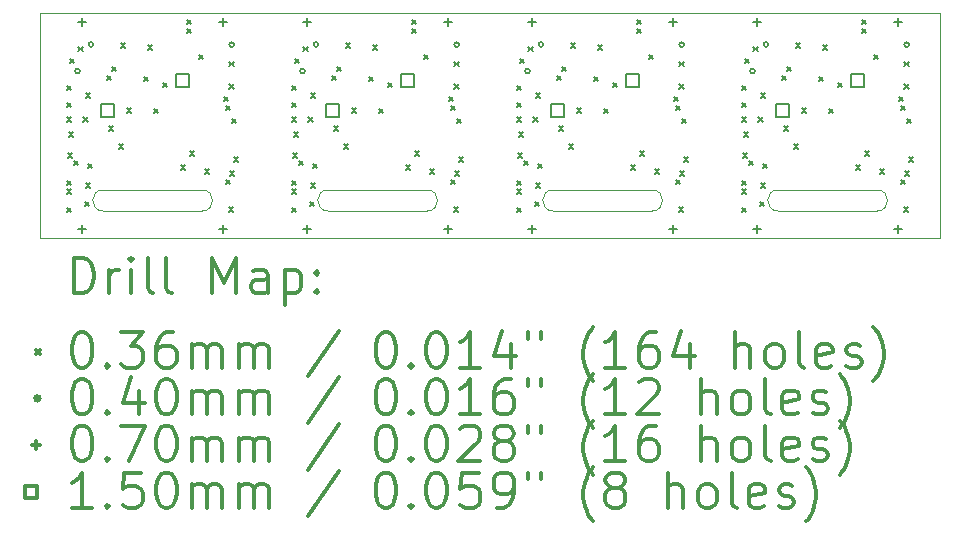
<source format=gbr>
%FSLAX45Y45*%
G04 Gerber Fmt 4.5, Leading zero omitted, Abs format (unit mm)*
G04 Created by KiCad (PCBNEW (5.1.9)-1) date 2021-10-01 07:45:44*
%MOMM*%
%LPD*%
G01*
G04 APERTURE LIST*
%TA.AperFunction,Profile*%
%ADD10C,0.050000*%
%TD*%
%ADD11C,0.200000*%
%ADD12C,0.300000*%
G04 APERTURE END LIST*
D10*
X17164050Y-8540750D02*
X17164050Y-10445750D01*
X15792450Y-10217150D02*
G75*
G02*
X15792450Y-10039350I0J88900D01*
G01*
X13887450Y-10217150D02*
G75*
G02*
X13887450Y-10039350I0J88900D01*
G01*
X11982450Y-10217150D02*
G75*
G02*
X11982450Y-10039350I0J88900D01*
G01*
X16630650Y-10217150D02*
X15792450Y-10217150D01*
X14725650Y-10217150D02*
X13887450Y-10217150D01*
X12820650Y-10217150D02*
X11982450Y-10217150D01*
X17164050Y-10445750D02*
X15259050Y-10445750D01*
X15259050Y-10445750D02*
X13354050Y-10445750D01*
X13354050Y-10445750D02*
X11449050Y-10445750D01*
X17164050Y-8540750D02*
X15259050Y-8540750D01*
X15259050Y-8540750D02*
X13354050Y-8540750D01*
X13354050Y-8540750D02*
X11449050Y-8540750D01*
X16630650Y-10039350D02*
G75*
G02*
X16630650Y-10217150I0J-88900D01*
G01*
X14725650Y-10039350D02*
G75*
G02*
X14725650Y-10217150I0J-88900D01*
G01*
X12820650Y-10039350D02*
G75*
G02*
X12820650Y-10217150I0J-88900D01*
G01*
X16630650Y-10039350D02*
X15792450Y-10039350D01*
X14725650Y-10039350D02*
X13887450Y-10039350D01*
X12820650Y-10039350D02*
X11982450Y-10039350D01*
X10915650Y-10039350D02*
G75*
G02*
X10915650Y-10217150I0J-88900D01*
G01*
X10077450Y-10217150D02*
G75*
G02*
X10077450Y-10039350I0J88900D01*
G01*
X10915650Y-10217150D02*
X10077450Y-10217150D01*
X10915650Y-10039350D02*
X10077450Y-10039350D01*
X11449050Y-10445750D02*
X9544050Y-10445750D01*
X11449050Y-8540750D02*
X9544050Y-8540750D01*
X9544050Y-8540750D02*
X9544050Y-10445750D01*
D11*
X9770221Y-9960318D02*
X9805781Y-9995878D01*
X9805781Y-9960318D02*
X9770221Y-9995878D01*
X9770596Y-9158542D02*
X9806156Y-9194102D01*
X9806156Y-9158542D02*
X9770596Y-9194102D01*
X9771350Y-9424670D02*
X9806910Y-9460230D01*
X9806910Y-9424670D02*
X9771350Y-9460230D01*
X9771350Y-9300085D02*
X9806910Y-9335645D01*
X9806910Y-9300085D02*
X9771350Y-9335645D01*
X9771354Y-10034270D02*
X9806914Y-10069830D01*
X9806914Y-10034270D02*
X9771354Y-10069830D01*
X9771894Y-10191657D02*
X9807454Y-10227217D01*
X9807454Y-10191657D02*
X9771894Y-10227217D01*
X9780270Y-9729470D02*
X9815830Y-9765030D01*
X9815830Y-9729470D02*
X9780270Y-9765030D01*
X9787789Y-9551670D02*
X9823349Y-9587230D01*
X9823349Y-9551670D02*
X9787789Y-9587230D01*
X9792970Y-8929370D02*
X9828530Y-8964930D01*
X9828530Y-8929370D02*
X9792970Y-8964930D01*
X9833052Y-9792970D02*
X9868612Y-9828530D01*
X9868612Y-9792970D02*
X9833052Y-9828530D01*
X9867738Y-8826338D02*
X9903298Y-8861898D01*
X9903298Y-8826338D02*
X9867738Y-8861898D01*
X9910100Y-9425917D02*
X9945660Y-9461477D01*
X9945660Y-9425917D02*
X9910100Y-9461477D01*
X9922876Y-10137789D02*
X9958436Y-10173349D01*
X9958436Y-10137789D02*
X9922876Y-10173349D01*
X9932670Y-9983470D02*
X9968230Y-10019030D01*
X9968230Y-9983470D02*
X9932670Y-10019030D01*
X9932674Y-9221470D02*
X9968234Y-9257030D01*
X9968234Y-9221470D02*
X9932674Y-9257030D01*
X9946973Y-9816952D02*
X9982533Y-9852512D01*
X9982533Y-9816952D02*
X9946973Y-9852512D01*
X10108073Y-9071467D02*
X10143633Y-9107027D01*
X10143633Y-9071467D02*
X10108073Y-9107027D01*
X10123170Y-9500870D02*
X10158730Y-9536430D01*
X10158730Y-9500870D02*
X10123170Y-9536430D01*
X10148570Y-9000551D02*
X10184130Y-9036111D01*
X10184130Y-9000551D02*
X10148570Y-9036111D01*
X10212070Y-9653270D02*
X10247630Y-9688830D01*
X10247630Y-9653270D02*
X10212070Y-9688830D01*
X10227625Y-8798721D02*
X10263185Y-8834281D01*
X10263185Y-8798721D02*
X10227625Y-8834281D01*
X10275570Y-9348470D02*
X10311130Y-9384030D01*
X10311130Y-9348470D02*
X10275570Y-9384030D01*
X10421479Y-9082735D02*
X10457039Y-9118295D01*
X10457039Y-9082735D02*
X10421479Y-9118295D01*
X10453370Y-8815070D02*
X10488930Y-8850630D01*
X10488930Y-8815070D02*
X10453370Y-8850630D01*
X10504102Y-9356141D02*
X10539662Y-9391701D01*
X10539662Y-9356141D02*
X10504102Y-9391701D01*
X10583219Y-9133538D02*
X10618779Y-9169098D01*
X10618779Y-9133538D02*
X10583219Y-9169098D01*
X10732770Y-9831070D02*
X10768330Y-9866630D01*
X10768330Y-9831070D02*
X10732770Y-9866630D01*
X10783570Y-8599170D02*
X10819130Y-8634730D01*
X10819130Y-8599170D02*
X10783570Y-8634730D01*
X10788708Y-8672953D02*
X10824268Y-8708513D01*
X10824268Y-8672953D02*
X10788708Y-8708513D01*
X10811799Y-9712473D02*
X10847359Y-9748033D01*
X10847359Y-9712473D02*
X10811799Y-9748033D01*
X10890189Y-8896053D02*
X10925749Y-8931613D01*
X10925749Y-8896053D02*
X10890189Y-8931613D01*
X10935733Y-9865087D02*
X10971293Y-9900647D01*
X10971293Y-9865087D02*
X10935733Y-9900647D01*
X11102955Y-9252824D02*
X11138515Y-9288384D01*
X11138515Y-9252824D02*
X11102955Y-9288384D01*
X11115940Y-9325637D02*
X11151500Y-9361197D01*
X11151500Y-9325637D02*
X11115940Y-9361197D01*
X11118189Y-9957326D02*
X11153749Y-9992886D01*
X11153749Y-9957326D02*
X11118189Y-9992886D01*
X11139170Y-10186670D02*
X11174730Y-10222230D01*
X11174730Y-10186670D02*
X11139170Y-10222230D01*
X11145957Y-8953966D02*
X11181517Y-8989526D01*
X11181517Y-8953966D02*
X11145957Y-8989526D01*
X11145957Y-9145270D02*
X11181517Y-9180830D01*
X11181517Y-9145270D02*
X11145957Y-9180830D01*
X11151633Y-9881870D02*
X11187193Y-9917430D01*
X11187193Y-9881870D02*
X11151633Y-9917430D01*
X11167744Y-9437564D02*
X11203304Y-9473124D01*
X11203304Y-9437564D02*
X11167744Y-9473124D01*
X11181935Y-9763753D02*
X11217495Y-9799313D01*
X11217495Y-9763753D02*
X11181935Y-9799313D01*
X11675221Y-9960318D02*
X11710781Y-9995878D01*
X11710781Y-9960318D02*
X11675221Y-9995878D01*
X11675596Y-9158542D02*
X11711156Y-9194102D01*
X11711156Y-9158542D02*
X11675596Y-9194102D01*
X11676350Y-9424670D02*
X11711910Y-9460230D01*
X11711910Y-9424670D02*
X11676350Y-9460230D01*
X11676350Y-9300085D02*
X11711910Y-9335645D01*
X11711910Y-9300085D02*
X11676350Y-9335645D01*
X11676354Y-10034270D02*
X11711914Y-10069830D01*
X11711914Y-10034270D02*
X11676354Y-10069830D01*
X11676894Y-10191657D02*
X11712454Y-10227217D01*
X11712454Y-10191657D02*
X11676894Y-10227217D01*
X11685270Y-9729470D02*
X11720830Y-9765030D01*
X11720830Y-9729470D02*
X11685270Y-9765030D01*
X11692789Y-9551670D02*
X11728349Y-9587230D01*
X11728349Y-9551670D02*
X11692789Y-9587230D01*
X11697970Y-8929370D02*
X11733530Y-8964930D01*
X11733530Y-8929370D02*
X11697970Y-8964930D01*
X11738051Y-9792970D02*
X11773611Y-9828530D01*
X11773611Y-9792970D02*
X11738051Y-9828530D01*
X11772738Y-8826338D02*
X11808298Y-8861898D01*
X11808298Y-8826338D02*
X11772738Y-8861898D01*
X11815100Y-9425917D02*
X11850660Y-9461477D01*
X11850660Y-9425917D02*
X11815100Y-9461477D01*
X11827876Y-10137789D02*
X11863436Y-10173349D01*
X11863436Y-10137789D02*
X11827876Y-10173349D01*
X11837670Y-9983470D02*
X11873230Y-10019030D01*
X11873230Y-9983470D02*
X11837670Y-10019030D01*
X11837674Y-9221470D02*
X11873234Y-9257030D01*
X11873234Y-9221470D02*
X11837674Y-9257030D01*
X11851973Y-9816952D02*
X11887533Y-9852512D01*
X11887533Y-9816952D02*
X11851973Y-9852512D01*
X12013073Y-9071467D02*
X12048633Y-9107027D01*
X12048633Y-9071467D02*
X12013073Y-9107027D01*
X12028170Y-9500870D02*
X12063730Y-9536430D01*
X12063730Y-9500870D02*
X12028170Y-9536430D01*
X12053570Y-9000551D02*
X12089130Y-9036111D01*
X12089130Y-9000551D02*
X12053570Y-9036111D01*
X12117070Y-9653270D02*
X12152630Y-9688830D01*
X12152630Y-9653270D02*
X12117070Y-9688830D01*
X12132625Y-8798721D02*
X12168185Y-8834281D01*
X12168185Y-8798721D02*
X12132625Y-8834281D01*
X12180570Y-9348470D02*
X12216130Y-9384030D01*
X12216130Y-9348470D02*
X12180570Y-9384030D01*
X12326478Y-9082735D02*
X12362038Y-9118295D01*
X12362038Y-9082735D02*
X12326478Y-9118295D01*
X12358370Y-8815070D02*
X12393930Y-8850630D01*
X12393930Y-8815070D02*
X12358370Y-8850630D01*
X12409102Y-9356141D02*
X12444662Y-9391701D01*
X12444662Y-9356141D02*
X12409102Y-9391701D01*
X12488219Y-9133538D02*
X12523779Y-9169098D01*
X12523779Y-9133538D02*
X12488219Y-9169098D01*
X12637770Y-9831070D02*
X12673330Y-9866630D01*
X12673330Y-9831070D02*
X12637770Y-9866630D01*
X12688570Y-8599170D02*
X12724130Y-8634730D01*
X12724130Y-8599170D02*
X12688570Y-8634730D01*
X12693708Y-8672953D02*
X12729268Y-8708513D01*
X12729268Y-8672953D02*
X12693708Y-8708513D01*
X12716799Y-9712473D02*
X12752359Y-9748033D01*
X12752359Y-9712473D02*
X12716799Y-9748033D01*
X12795189Y-8896053D02*
X12830749Y-8931613D01*
X12830749Y-8896053D02*
X12795189Y-8931613D01*
X12840733Y-9865087D02*
X12876293Y-9900647D01*
X12876293Y-9865087D02*
X12840733Y-9900647D01*
X13007955Y-9252824D02*
X13043515Y-9288384D01*
X13043515Y-9252824D02*
X13007955Y-9288384D01*
X13020940Y-9325637D02*
X13056500Y-9361197D01*
X13056500Y-9325637D02*
X13020940Y-9361197D01*
X13023189Y-9957326D02*
X13058749Y-9992886D01*
X13058749Y-9957326D02*
X13023189Y-9992886D01*
X13044170Y-10186670D02*
X13079730Y-10222230D01*
X13079730Y-10186670D02*
X13044170Y-10222230D01*
X13050956Y-8953966D02*
X13086516Y-8989526D01*
X13086516Y-8953966D02*
X13050956Y-8989526D01*
X13050956Y-9145270D02*
X13086516Y-9180830D01*
X13086516Y-9145270D02*
X13050956Y-9180830D01*
X13056633Y-9881870D02*
X13092193Y-9917430D01*
X13092193Y-9881870D02*
X13056633Y-9917430D01*
X13072744Y-9437564D02*
X13108304Y-9473124D01*
X13108304Y-9437564D02*
X13072744Y-9473124D01*
X13086935Y-9763753D02*
X13122495Y-9799313D01*
X13122495Y-9763753D02*
X13086935Y-9799313D01*
X13580221Y-9960318D02*
X13615781Y-9995878D01*
X13615781Y-9960318D02*
X13580221Y-9995878D01*
X13580596Y-9158542D02*
X13616156Y-9194102D01*
X13616156Y-9158542D02*
X13580596Y-9194102D01*
X13581350Y-9424670D02*
X13616910Y-9460230D01*
X13616910Y-9424670D02*
X13581350Y-9460230D01*
X13581350Y-9300085D02*
X13616910Y-9335645D01*
X13616910Y-9300085D02*
X13581350Y-9335645D01*
X13581354Y-10034270D02*
X13616914Y-10069830D01*
X13616914Y-10034270D02*
X13581354Y-10069830D01*
X13581894Y-10191657D02*
X13617454Y-10227217D01*
X13617454Y-10191657D02*
X13581894Y-10227217D01*
X13590270Y-9729470D02*
X13625830Y-9765030D01*
X13625830Y-9729470D02*
X13590270Y-9765030D01*
X13597789Y-9551670D02*
X13633349Y-9587230D01*
X13633349Y-9551670D02*
X13597789Y-9587230D01*
X13602970Y-8929370D02*
X13638530Y-8964930D01*
X13638530Y-8929370D02*
X13602970Y-8964930D01*
X13643051Y-9792970D02*
X13678611Y-9828530D01*
X13678611Y-9792970D02*
X13643051Y-9828530D01*
X13677738Y-8826338D02*
X13713298Y-8861898D01*
X13713298Y-8826338D02*
X13677738Y-8861898D01*
X13720100Y-9425917D02*
X13755660Y-9461477D01*
X13755660Y-9425917D02*
X13720100Y-9461477D01*
X13732876Y-10137789D02*
X13768436Y-10173349D01*
X13768436Y-10137789D02*
X13732876Y-10173349D01*
X13742670Y-9983470D02*
X13778230Y-10019030D01*
X13778230Y-9983470D02*
X13742670Y-10019030D01*
X13742674Y-9221470D02*
X13778234Y-9257030D01*
X13778234Y-9221470D02*
X13742674Y-9257030D01*
X13756973Y-9816952D02*
X13792533Y-9852512D01*
X13792533Y-9816952D02*
X13756973Y-9852512D01*
X13918073Y-9071467D02*
X13953633Y-9107027D01*
X13953633Y-9071467D02*
X13918073Y-9107027D01*
X13933170Y-9500870D02*
X13968730Y-9536430D01*
X13968730Y-9500870D02*
X13933170Y-9536430D01*
X13958570Y-9000551D02*
X13994130Y-9036111D01*
X13994130Y-9000551D02*
X13958570Y-9036111D01*
X14022070Y-9653270D02*
X14057630Y-9688830D01*
X14057630Y-9653270D02*
X14022070Y-9688830D01*
X14037625Y-8798721D02*
X14073185Y-8834281D01*
X14073185Y-8798721D02*
X14037625Y-8834281D01*
X14085570Y-9348470D02*
X14121130Y-9384030D01*
X14121130Y-9348470D02*
X14085570Y-9384030D01*
X14231478Y-9082735D02*
X14267038Y-9118295D01*
X14267038Y-9082735D02*
X14231478Y-9118295D01*
X14263370Y-8815070D02*
X14298930Y-8850630D01*
X14298930Y-8815070D02*
X14263370Y-8850630D01*
X14314102Y-9356141D02*
X14349662Y-9391701D01*
X14349662Y-9356141D02*
X14314102Y-9391701D01*
X14393219Y-9133538D02*
X14428779Y-9169098D01*
X14428779Y-9133538D02*
X14393219Y-9169098D01*
X14542770Y-9831070D02*
X14578330Y-9866630D01*
X14578330Y-9831070D02*
X14542770Y-9866630D01*
X14593570Y-8599170D02*
X14629130Y-8634730D01*
X14629130Y-8599170D02*
X14593570Y-8634730D01*
X14598708Y-8672953D02*
X14634268Y-8708513D01*
X14634268Y-8672953D02*
X14598708Y-8708513D01*
X14621799Y-9712473D02*
X14657359Y-9748033D01*
X14657359Y-9712473D02*
X14621799Y-9748033D01*
X14700189Y-8896053D02*
X14735749Y-8931613D01*
X14735749Y-8896053D02*
X14700189Y-8931613D01*
X14745733Y-9865087D02*
X14781293Y-9900647D01*
X14781293Y-9865087D02*
X14745733Y-9900647D01*
X14912955Y-9252824D02*
X14948515Y-9288384D01*
X14948515Y-9252824D02*
X14912955Y-9288384D01*
X14925940Y-9325637D02*
X14961500Y-9361197D01*
X14961500Y-9325637D02*
X14925940Y-9361197D01*
X14928189Y-9957326D02*
X14963749Y-9992886D01*
X14963749Y-9957326D02*
X14928189Y-9992886D01*
X14949170Y-10186670D02*
X14984730Y-10222230D01*
X14984730Y-10186670D02*
X14949170Y-10222230D01*
X14955956Y-8953966D02*
X14991516Y-8989526D01*
X14991516Y-8953966D02*
X14955956Y-8989526D01*
X14955956Y-9145270D02*
X14991516Y-9180830D01*
X14991516Y-9145270D02*
X14955956Y-9180830D01*
X14961633Y-9881870D02*
X14997193Y-9917430D01*
X14997193Y-9881870D02*
X14961633Y-9917430D01*
X14977744Y-9437564D02*
X15013304Y-9473124D01*
X15013304Y-9437564D02*
X14977744Y-9473124D01*
X14991935Y-9763753D02*
X15027495Y-9799313D01*
X15027495Y-9763753D02*
X14991935Y-9799313D01*
X15485221Y-9960318D02*
X15520781Y-9995878D01*
X15520781Y-9960318D02*
X15485221Y-9995878D01*
X15485596Y-9158542D02*
X15521156Y-9194102D01*
X15521156Y-9158542D02*
X15485596Y-9194102D01*
X15486350Y-9424670D02*
X15521910Y-9460230D01*
X15521910Y-9424670D02*
X15486350Y-9460230D01*
X15486350Y-9300085D02*
X15521910Y-9335645D01*
X15521910Y-9300085D02*
X15486350Y-9335645D01*
X15486354Y-10034270D02*
X15521914Y-10069830D01*
X15521914Y-10034270D02*
X15486354Y-10069830D01*
X15486894Y-10191657D02*
X15522454Y-10227217D01*
X15522454Y-10191657D02*
X15486894Y-10227217D01*
X15495270Y-9729470D02*
X15530830Y-9765030D01*
X15530830Y-9729470D02*
X15495270Y-9765030D01*
X15502789Y-9551670D02*
X15538349Y-9587230D01*
X15538349Y-9551670D02*
X15502789Y-9587230D01*
X15507970Y-8929370D02*
X15543530Y-8964930D01*
X15543530Y-8929370D02*
X15507970Y-8964930D01*
X15548051Y-9792970D02*
X15583611Y-9828530D01*
X15583611Y-9792970D02*
X15548051Y-9828530D01*
X15582738Y-8826338D02*
X15618298Y-8861898D01*
X15618298Y-8826338D02*
X15582738Y-8861898D01*
X15625100Y-9425917D02*
X15660660Y-9461477D01*
X15660660Y-9425917D02*
X15625100Y-9461477D01*
X15637876Y-10137789D02*
X15673436Y-10173349D01*
X15673436Y-10137789D02*
X15637876Y-10173349D01*
X15647670Y-9983470D02*
X15683230Y-10019030D01*
X15683230Y-9983470D02*
X15647670Y-10019030D01*
X15647674Y-9221470D02*
X15683234Y-9257030D01*
X15683234Y-9221470D02*
X15647674Y-9257030D01*
X15661973Y-9816952D02*
X15697533Y-9852512D01*
X15697533Y-9816952D02*
X15661973Y-9852512D01*
X15823073Y-9071467D02*
X15858633Y-9107027D01*
X15858633Y-9071467D02*
X15823073Y-9107027D01*
X15838170Y-9500870D02*
X15873730Y-9536430D01*
X15873730Y-9500870D02*
X15838170Y-9536430D01*
X15863570Y-9000551D02*
X15899130Y-9036111D01*
X15899130Y-9000551D02*
X15863570Y-9036111D01*
X15927070Y-9653270D02*
X15962630Y-9688830D01*
X15962630Y-9653270D02*
X15927070Y-9688830D01*
X15942625Y-8798721D02*
X15978185Y-8834281D01*
X15978185Y-8798721D02*
X15942625Y-8834281D01*
X15990570Y-9348470D02*
X16026130Y-9384030D01*
X16026130Y-9348470D02*
X15990570Y-9384030D01*
X16136478Y-9082735D02*
X16172038Y-9118295D01*
X16172038Y-9082735D02*
X16136478Y-9118295D01*
X16168370Y-8815070D02*
X16203930Y-8850630D01*
X16203930Y-8815070D02*
X16168370Y-8850630D01*
X16219102Y-9356141D02*
X16254662Y-9391701D01*
X16254662Y-9356141D02*
X16219102Y-9391701D01*
X16298219Y-9133538D02*
X16333779Y-9169098D01*
X16333779Y-9133538D02*
X16298219Y-9169098D01*
X16447770Y-9831070D02*
X16483330Y-9866630D01*
X16483330Y-9831070D02*
X16447770Y-9866630D01*
X16498570Y-8599170D02*
X16534130Y-8634730D01*
X16534130Y-8599170D02*
X16498570Y-8634730D01*
X16503708Y-8672953D02*
X16539268Y-8708513D01*
X16539268Y-8672953D02*
X16503708Y-8708513D01*
X16526799Y-9712473D02*
X16562359Y-9748033D01*
X16562359Y-9712473D02*
X16526799Y-9748033D01*
X16605189Y-8896053D02*
X16640749Y-8931613D01*
X16640749Y-8896053D02*
X16605189Y-8931613D01*
X16650733Y-9865087D02*
X16686293Y-9900647D01*
X16686293Y-9865087D02*
X16650733Y-9900647D01*
X16817955Y-9252824D02*
X16853515Y-9288384D01*
X16853515Y-9252824D02*
X16817955Y-9288384D01*
X16830940Y-9325637D02*
X16866500Y-9361197D01*
X16866500Y-9325637D02*
X16830940Y-9361197D01*
X16833189Y-9957326D02*
X16868749Y-9992886D01*
X16868749Y-9957326D02*
X16833189Y-9992886D01*
X16854170Y-10186670D02*
X16889730Y-10222230D01*
X16889730Y-10186670D02*
X16854170Y-10222230D01*
X16860957Y-8953966D02*
X16896517Y-8989526D01*
X16896517Y-8953966D02*
X16860957Y-8989526D01*
X16860957Y-9145270D02*
X16896517Y-9180830D01*
X16896517Y-9145270D02*
X16860957Y-9180830D01*
X16866633Y-9881870D02*
X16902193Y-9917430D01*
X16902193Y-9881870D02*
X16866633Y-9917430D01*
X16882744Y-9437564D02*
X16918304Y-9473124D01*
X16918304Y-9437564D02*
X16882744Y-9473124D01*
X16896935Y-9763753D02*
X16932495Y-9799313D01*
X16932495Y-9763753D02*
X16896935Y-9799313D01*
X9879813Y-9033686D02*
G75*
G03*
X9879813Y-9033686I-20000J0D01*
G01*
X9994171Y-8807953D02*
G75*
G03*
X9994171Y-8807953I-20000J0D01*
G01*
X11186352Y-8809251D02*
G75*
G03*
X11186352Y-8809251I-20000J0D01*
G01*
X11784813Y-9033686D02*
G75*
G03*
X11784813Y-9033686I-20000J0D01*
G01*
X11899171Y-8807953D02*
G75*
G03*
X11899171Y-8807953I-20000J0D01*
G01*
X13091352Y-8809251D02*
G75*
G03*
X13091352Y-8809251I-20000J0D01*
G01*
X13689813Y-9033686D02*
G75*
G03*
X13689813Y-9033686I-20000J0D01*
G01*
X13804171Y-8807953D02*
G75*
G03*
X13804171Y-8807953I-20000J0D01*
G01*
X14996352Y-8809251D02*
G75*
G03*
X14996352Y-8809251I-20000J0D01*
G01*
X15594813Y-9033686D02*
G75*
G03*
X15594813Y-9033686I-20000J0D01*
G01*
X15709171Y-8807953D02*
G75*
G03*
X15709171Y-8807953I-20000J0D01*
G01*
X16901352Y-8809251D02*
G75*
G03*
X16901352Y-8809251I-20000J0D01*
G01*
X9899650Y-8581950D02*
X9899650Y-8651950D01*
X9864650Y-8616950D02*
X9934650Y-8616950D01*
X9899650Y-10334550D02*
X9899650Y-10404550D01*
X9864650Y-10369550D02*
X9934650Y-10369550D01*
X11093450Y-8581950D02*
X11093450Y-8651950D01*
X11058450Y-8616950D02*
X11128450Y-8616950D01*
X11093450Y-10334550D02*
X11093450Y-10404550D01*
X11058450Y-10369550D02*
X11128450Y-10369550D01*
X11804650Y-8581950D02*
X11804650Y-8651950D01*
X11769650Y-8616950D02*
X11839650Y-8616950D01*
X11804650Y-10334550D02*
X11804650Y-10404550D01*
X11769650Y-10369550D02*
X11839650Y-10369550D01*
X12998450Y-8581950D02*
X12998450Y-8651950D01*
X12963450Y-8616950D02*
X13033450Y-8616950D01*
X12998450Y-10334550D02*
X12998450Y-10404550D01*
X12963450Y-10369550D02*
X13033450Y-10369550D01*
X13709650Y-8581950D02*
X13709650Y-8651950D01*
X13674650Y-8616950D02*
X13744650Y-8616950D01*
X13709650Y-10334550D02*
X13709650Y-10404550D01*
X13674650Y-10369550D02*
X13744650Y-10369550D01*
X14903450Y-8581950D02*
X14903450Y-8651950D01*
X14868450Y-8616950D02*
X14938450Y-8616950D01*
X14903450Y-10334550D02*
X14903450Y-10404550D01*
X14868450Y-10369550D02*
X14938450Y-10369550D01*
X15614650Y-8581950D02*
X15614650Y-8651950D01*
X15579650Y-8616950D02*
X15649650Y-8616950D01*
X15614650Y-10334550D02*
X15614650Y-10404550D01*
X15579650Y-10369550D02*
X15649650Y-10369550D01*
X16808450Y-8581950D02*
X16808450Y-8651950D01*
X16773450Y-8616950D02*
X16843450Y-8616950D01*
X16808450Y-10334550D02*
X16808450Y-10404550D01*
X16773450Y-10369550D02*
X16843450Y-10369550D01*
X10168584Y-9419284D02*
X10168584Y-9313217D01*
X10062517Y-9313217D01*
X10062517Y-9419284D01*
X10168584Y-9419284D01*
X10803584Y-9165284D02*
X10803584Y-9059217D01*
X10697517Y-9059217D01*
X10697517Y-9165284D01*
X10803584Y-9165284D01*
X12073583Y-9419284D02*
X12073583Y-9313217D01*
X11967516Y-9313217D01*
X11967516Y-9419284D01*
X12073583Y-9419284D01*
X12708583Y-9165284D02*
X12708583Y-9059217D01*
X12602516Y-9059217D01*
X12602516Y-9165284D01*
X12708583Y-9165284D01*
X13978583Y-9419284D02*
X13978583Y-9313217D01*
X13872516Y-9313217D01*
X13872516Y-9419284D01*
X13978583Y-9419284D01*
X14613583Y-9165284D02*
X14613583Y-9059217D01*
X14507516Y-9059217D01*
X14507516Y-9165284D01*
X14613583Y-9165284D01*
X15883583Y-9419284D02*
X15883583Y-9313217D01*
X15777516Y-9313217D01*
X15777516Y-9419284D01*
X15883583Y-9419284D01*
X16518583Y-9165284D02*
X16518583Y-9059217D01*
X16412516Y-9059217D01*
X16412516Y-9165284D01*
X16518583Y-9165284D01*
D12*
X9827978Y-10913964D02*
X9827978Y-10613964D01*
X9899407Y-10613964D01*
X9942264Y-10628250D01*
X9970836Y-10656822D01*
X9985121Y-10685393D01*
X9999407Y-10742536D01*
X9999407Y-10785393D01*
X9985121Y-10842536D01*
X9970836Y-10871107D01*
X9942264Y-10899679D01*
X9899407Y-10913964D01*
X9827978Y-10913964D01*
X10127978Y-10913964D02*
X10127978Y-10713964D01*
X10127978Y-10771107D02*
X10142264Y-10742536D01*
X10156550Y-10728250D01*
X10185121Y-10713964D01*
X10213693Y-10713964D01*
X10313693Y-10913964D02*
X10313693Y-10713964D01*
X10313693Y-10613964D02*
X10299407Y-10628250D01*
X10313693Y-10642536D01*
X10327978Y-10628250D01*
X10313693Y-10613964D01*
X10313693Y-10642536D01*
X10499407Y-10913964D02*
X10470836Y-10899679D01*
X10456550Y-10871107D01*
X10456550Y-10613964D01*
X10656550Y-10913964D02*
X10627978Y-10899679D01*
X10613693Y-10871107D01*
X10613693Y-10613964D01*
X10999407Y-10913964D02*
X10999407Y-10613964D01*
X11099407Y-10828250D01*
X11199407Y-10613964D01*
X11199407Y-10913964D01*
X11470836Y-10913964D02*
X11470836Y-10756822D01*
X11456550Y-10728250D01*
X11427978Y-10713964D01*
X11370836Y-10713964D01*
X11342264Y-10728250D01*
X11470836Y-10899679D02*
X11442264Y-10913964D01*
X11370836Y-10913964D01*
X11342264Y-10899679D01*
X11327978Y-10871107D01*
X11327978Y-10842536D01*
X11342264Y-10813964D01*
X11370836Y-10799679D01*
X11442264Y-10799679D01*
X11470836Y-10785393D01*
X11613693Y-10713964D02*
X11613693Y-11013964D01*
X11613693Y-10728250D02*
X11642264Y-10713964D01*
X11699407Y-10713964D01*
X11727978Y-10728250D01*
X11742264Y-10742536D01*
X11756550Y-10771107D01*
X11756550Y-10856822D01*
X11742264Y-10885393D01*
X11727978Y-10899679D01*
X11699407Y-10913964D01*
X11642264Y-10913964D01*
X11613693Y-10899679D01*
X11885121Y-10885393D02*
X11899407Y-10899679D01*
X11885121Y-10913964D01*
X11870836Y-10899679D01*
X11885121Y-10885393D01*
X11885121Y-10913964D01*
X11885121Y-10728250D02*
X11899407Y-10742536D01*
X11885121Y-10756822D01*
X11870836Y-10742536D01*
X11885121Y-10728250D01*
X11885121Y-10756822D01*
X9505990Y-11390470D02*
X9541550Y-11426030D01*
X9541550Y-11390470D02*
X9505990Y-11426030D01*
X9885121Y-11243964D02*
X9913693Y-11243964D01*
X9942264Y-11258250D01*
X9956550Y-11272536D01*
X9970836Y-11301107D01*
X9985121Y-11358250D01*
X9985121Y-11429679D01*
X9970836Y-11486821D01*
X9956550Y-11515393D01*
X9942264Y-11529679D01*
X9913693Y-11543964D01*
X9885121Y-11543964D01*
X9856550Y-11529679D01*
X9842264Y-11515393D01*
X9827978Y-11486821D01*
X9813693Y-11429679D01*
X9813693Y-11358250D01*
X9827978Y-11301107D01*
X9842264Y-11272536D01*
X9856550Y-11258250D01*
X9885121Y-11243964D01*
X10113693Y-11515393D02*
X10127978Y-11529679D01*
X10113693Y-11543964D01*
X10099407Y-11529679D01*
X10113693Y-11515393D01*
X10113693Y-11543964D01*
X10227978Y-11243964D02*
X10413693Y-11243964D01*
X10313693Y-11358250D01*
X10356550Y-11358250D01*
X10385121Y-11372536D01*
X10399407Y-11386821D01*
X10413693Y-11415393D01*
X10413693Y-11486821D01*
X10399407Y-11515393D01*
X10385121Y-11529679D01*
X10356550Y-11543964D01*
X10270836Y-11543964D01*
X10242264Y-11529679D01*
X10227978Y-11515393D01*
X10670836Y-11243964D02*
X10613693Y-11243964D01*
X10585121Y-11258250D01*
X10570836Y-11272536D01*
X10542264Y-11315393D01*
X10527978Y-11372536D01*
X10527978Y-11486821D01*
X10542264Y-11515393D01*
X10556550Y-11529679D01*
X10585121Y-11543964D01*
X10642264Y-11543964D01*
X10670836Y-11529679D01*
X10685121Y-11515393D01*
X10699407Y-11486821D01*
X10699407Y-11415393D01*
X10685121Y-11386821D01*
X10670836Y-11372536D01*
X10642264Y-11358250D01*
X10585121Y-11358250D01*
X10556550Y-11372536D01*
X10542264Y-11386821D01*
X10527978Y-11415393D01*
X10827978Y-11543964D02*
X10827978Y-11343964D01*
X10827978Y-11372536D02*
X10842264Y-11358250D01*
X10870836Y-11343964D01*
X10913693Y-11343964D01*
X10942264Y-11358250D01*
X10956550Y-11386821D01*
X10956550Y-11543964D01*
X10956550Y-11386821D02*
X10970836Y-11358250D01*
X10999407Y-11343964D01*
X11042264Y-11343964D01*
X11070836Y-11358250D01*
X11085121Y-11386821D01*
X11085121Y-11543964D01*
X11227978Y-11543964D02*
X11227978Y-11343964D01*
X11227978Y-11372536D02*
X11242264Y-11358250D01*
X11270836Y-11343964D01*
X11313693Y-11343964D01*
X11342264Y-11358250D01*
X11356550Y-11386821D01*
X11356550Y-11543964D01*
X11356550Y-11386821D02*
X11370836Y-11358250D01*
X11399407Y-11343964D01*
X11442264Y-11343964D01*
X11470836Y-11358250D01*
X11485121Y-11386821D01*
X11485121Y-11543964D01*
X12070836Y-11229679D02*
X11813693Y-11615393D01*
X12456550Y-11243964D02*
X12485121Y-11243964D01*
X12513693Y-11258250D01*
X12527978Y-11272536D01*
X12542264Y-11301107D01*
X12556550Y-11358250D01*
X12556550Y-11429679D01*
X12542264Y-11486821D01*
X12527978Y-11515393D01*
X12513693Y-11529679D01*
X12485121Y-11543964D01*
X12456550Y-11543964D01*
X12427978Y-11529679D01*
X12413693Y-11515393D01*
X12399407Y-11486821D01*
X12385121Y-11429679D01*
X12385121Y-11358250D01*
X12399407Y-11301107D01*
X12413693Y-11272536D01*
X12427978Y-11258250D01*
X12456550Y-11243964D01*
X12685121Y-11515393D02*
X12699407Y-11529679D01*
X12685121Y-11543964D01*
X12670836Y-11529679D01*
X12685121Y-11515393D01*
X12685121Y-11543964D01*
X12885121Y-11243964D02*
X12913693Y-11243964D01*
X12942264Y-11258250D01*
X12956550Y-11272536D01*
X12970836Y-11301107D01*
X12985121Y-11358250D01*
X12985121Y-11429679D01*
X12970836Y-11486821D01*
X12956550Y-11515393D01*
X12942264Y-11529679D01*
X12913693Y-11543964D01*
X12885121Y-11543964D01*
X12856550Y-11529679D01*
X12842264Y-11515393D01*
X12827978Y-11486821D01*
X12813693Y-11429679D01*
X12813693Y-11358250D01*
X12827978Y-11301107D01*
X12842264Y-11272536D01*
X12856550Y-11258250D01*
X12885121Y-11243964D01*
X13270836Y-11543964D02*
X13099407Y-11543964D01*
X13185121Y-11543964D02*
X13185121Y-11243964D01*
X13156550Y-11286821D01*
X13127978Y-11315393D01*
X13099407Y-11329679D01*
X13527978Y-11343964D02*
X13527978Y-11543964D01*
X13456550Y-11229679D02*
X13385121Y-11443964D01*
X13570836Y-11443964D01*
X13670836Y-11243964D02*
X13670836Y-11301107D01*
X13785121Y-11243964D02*
X13785121Y-11301107D01*
X14227978Y-11658250D02*
X14213693Y-11643964D01*
X14185121Y-11601107D01*
X14170836Y-11572536D01*
X14156550Y-11529679D01*
X14142264Y-11458250D01*
X14142264Y-11401107D01*
X14156550Y-11329679D01*
X14170836Y-11286821D01*
X14185121Y-11258250D01*
X14213693Y-11215393D01*
X14227978Y-11201107D01*
X14499407Y-11543964D02*
X14327978Y-11543964D01*
X14413693Y-11543964D02*
X14413693Y-11243964D01*
X14385121Y-11286821D01*
X14356550Y-11315393D01*
X14327978Y-11329679D01*
X14756550Y-11243964D02*
X14699407Y-11243964D01*
X14670836Y-11258250D01*
X14656550Y-11272536D01*
X14627978Y-11315393D01*
X14613693Y-11372536D01*
X14613693Y-11486821D01*
X14627978Y-11515393D01*
X14642264Y-11529679D01*
X14670836Y-11543964D01*
X14727978Y-11543964D01*
X14756550Y-11529679D01*
X14770836Y-11515393D01*
X14785121Y-11486821D01*
X14785121Y-11415393D01*
X14770836Y-11386821D01*
X14756550Y-11372536D01*
X14727978Y-11358250D01*
X14670836Y-11358250D01*
X14642264Y-11372536D01*
X14627978Y-11386821D01*
X14613693Y-11415393D01*
X15042264Y-11343964D02*
X15042264Y-11543964D01*
X14970836Y-11229679D02*
X14899407Y-11443964D01*
X15085121Y-11443964D01*
X15427978Y-11543964D02*
X15427978Y-11243964D01*
X15556550Y-11543964D02*
X15556550Y-11386821D01*
X15542264Y-11358250D01*
X15513693Y-11343964D01*
X15470836Y-11343964D01*
X15442264Y-11358250D01*
X15427978Y-11372536D01*
X15742264Y-11543964D02*
X15713693Y-11529679D01*
X15699407Y-11515393D01*
X15685121Y-11486821D01*
X15685121Y-11401107D01*
X15699407Y-11372536D01*
X15713693Y-11358250D01*
X15742264Y-11343964D01*
X15785121Y-11343964D01*
X15813693Y-11358250D01*
X15827978Y-11372536D01*
X15842264Y-11401107D01*
X15842264Y-11486821D01*
X15827978Y-11515393D01*
X15813693Y-11529679D01*
X15785121Y-11543964D01*
X15742264Y-11543964D01*
X16013693Y-11543964D02*
X15985121Y-11529679D01*
X15970836Y-11501107D01*
X15970836Y-11243964D01*
X16242264Y-11529679D02*
X16213693Y-11543964D01*
X16156550Y-11543964D01*
X16127978Y-11529679D01*
X16113693Y-11501107D01*
X16113693Y-11386821D01*
X16127978Y-11358250D01*
X16156550Y-11343964D01*
X16213693Y-11343964D01*
X16242264Y-11358250D01*
X16256550Y-11386821D01*
X16256550Y-11415393D01*
X16113693Y-11443964D01*
X16370836Y-11529679D02*
X16399407Y-11543964D01*
X16456550Y-11543964D01*
X16485121Y-11529679D01*
X16499407Y-11501107D01*
X16499407Y-11486821D01*
X16485121Y-11458250D01*
X16456550Y-11443964D01*
X16413693Y-11443964D01*
X16385121Y-11429679D01*
X16370836Y-11401107D01*
X16370836Y-11386821D01*
X16385121Y-11358250D01*
X16413693Y-11343964D01*
X16456550Y-11343964D01*
X16485121Y-11358250D01*
X16599407Y-11658250D02*
X16613693Y-11643964D01*
X16642264Y-11601107D01*
X16656550Y-11572536D01*
X16670836Y-11529679D01*
X16685121Y-11458250D01*
X16685121Y-11401107D01*
X16670836Y-11329679D01*
X16656550Y-11286821D01*
X16642264Y-11258250D01*
X16613693Y-11215393D01*
X16599407Y-11201107D01*
X9541550Y-11804250D02*
G75*
G03*
X9541550Y-11804250I-20000J0D01*
G01*
X9885121Y-11639964D02*
X9913693Y-11639964D01*
X9942264Y-11654250D01*
X9956550Y-11668536D01*
X9970836Y-11697107D01*
X9985121Y-11754250D01*
X9985121Y-11825679D01*
X9970836Y-11882821D01*
X9956550Y-11911393D01*
X9942264Y-11925679D01*
X9913693Y-11939964D01*
X9885121Y-11939964D01*
X9856550Y-11925679D01*
X9842264Y-11911393D01*
X9827978Y-11882821D01*
X9813693Y-11825679D01*
X9813693Y-11754250D01*
X9827978Y-11697107D01*
X9842264Y-11668536D01*
X9856550Y-11654250D01*
X9885121Y-11639964D01*
X10113693Y-11911393D02*
X10127978Y-11925679D01*
X10113693Y-11939964D01*
X10099407Y-11925679D01*
X10113693Y-11911393D01*
X10113693Y-11939964D01*
X10385121Y-11739964D02*
X10385121Y-11939964D01*
X10313693Y-11625679D02*
X10242264Y-11839964D01*
X10427978Y-11839964D01*
X10599407Y-11639964D02*
X10627978Y-11639964D01*
X10656550Y-11654250D01*
X10670836Y-11668536D01*
X10685121Y-11697107D01*
X10699407Y-11754250D01*
X10699407Y-11825679D01*
X10685121Y-11882821D01*
X10670836Y-11911393D01*
X10656550Y-11925679D01*
X10627978Y-11939964D01*
X10599407Y-11939964D01*
X10570836Y-11925679D01*
X10556550Y-11911393D01*
X10542264Y-11882821D01*
X10527978Y-11825679D01*
X10527978Y-11754250D01*
X10542264Y-11697107D01*
X10556550Y-11668536D01*
X10570836Y-11654250D01*
X10599407Y-11639964D01*
X10827978Y-11939964D02*
X10827978Y-11739964D01*
X10827978Y-11768536D02*
X10842264Y-11754250D01*
X10870836Y-11739964D01*
X10913693Y-11739964D01*
X10942264Y-11754250D01*
X10956550Y-11782821D01*
X10956550Y-11939964D01*
X10956550Y-11782821D02*
X10970836Y-11754250D01*
X10999407Y-11739964D01*
X11042264Y-11739964D01*
X11070836Y-11754250D01*
X11085121Y-11782821D01*
X11085121Y-11939964D01*
X11227978Y-11939964D02*
X11227978Y-11739964D01*
X11227978Y-11768536D02*
X11242264Y-11754250D01*
X11270836Y-11739964D01*
X11313693Y-11739964D01*
X11342264Y-11754250D01*
X11356550Y-11782821D01*
X11356550Y-11939964D01*
X11356550Y-11782821D02*
X11370836Y-11754250D01*
X11399407Y-11739964D01*
X11442264Y-11739964D01*
X11470836Y-11754250D01*
X11485121Y-11782821D01*
X11485121Y-11939964D01*
X12070836Y-11625679D02*
X11813693Y-12011393D01*
X12456550Y-11639964D02*
X12485121Y-11639964D01*
X12513693Y-11654250D01*
X12527978Y-11668536D01*
X12542264Y-11697107D01*
X12556550Y-11754250D01*
X12556550Y-11825679D01*
X12542264Y-11882821D01*
X12527978Y-11911393D01*
X12513693Y-11925679D01*
X12485121Y-11939964D01*
X12456550Y-11939964D01*
X12427978Y-11925679D01*
X12413693Y-11911393D01*
X12399407Y-11882821D01*
X12385121Y-11825679D01*
X12385121Y-11754250D01*
X12399407Y-11697107D01*
X12413693Y-11668536D01*
X12427978Y-11654250D01*
X12456550Y-11639964D01*
X12685121Y-11911393D02*
X12699407Y-11925679D01*
X12685121Y-11939964D01*
X12670836Y-11925679D01*
X12685121Y-11911393D01*
X12685121Y-11939964D01*
X12885121Y-11639964D02*
X12913693Y-11639964D01*
X12942264Y-11654250D01*
X12956550Y-11668536D01*
X12970836Y-11697107D01*
X12985121Y-11754250D01*
X12985121Y-11825679D01*
X12970836Y-11882821D01*
X12956550Y-11911393D01*
X12942264Y-11925679D01*
X12913693Y-11939964D01*
X12885121Y-11939964D01*
X12856550Y-11925679D01*
X12842264Y-11911393D01*
X12827978Y-11882821D01*
X12813693Y-11825679D01*
X12813693Y-11754250D01*
X12827978Y-11697107D01*
X12842264Y-11668536D01*
X12856550Y-11654250D01*
X12885121Y-11639964D01*
X13270836Y-11939964D02*
X13099407Y-11939964D01*
X13185121Y-11939964D02*
X13185121Y-11639964D01*
X13156550Y-11682821D01*
X13127978Y-11711393D01*
X13099407Y-11725679D01*
X13527978Y-11639964D02*
X13470836Y-11639964D01*
X13442264Y-11654250D01*
X13427978Y-11668536D01*
X13399407Y-11711393D01*
X13385121Y-11768536D01*
X13385121Y-11882821D01*
X13399407Y-11911393D01*
X13413693Y-11925679D01*
X13442264Y-11939964D01*
X13499407Y-11939964D01*
X13527978Y-11925679D01*
X13542264Y-11911393D01*
X13556550Y-11882821D01*
X13556550Y-11811393D01*
X13542264Y-11782821D01*
X13527978Y-11768536D01*
X13499407Y-11754250D01*
X13442264Y-11754250D01*
X13413693Y-11768536D01*
X13399407Y-11782821D01*
X13385121Y-11811393D01*
X13670836Y-11639964D02*
X13670836Y-11697107D01*
X13785121Y-11639964D02*
X13785121Y-11697107D01*
X14227978Y-12054250D02*
X14213693Y-12039964D01*
X14185121Y-11997107D01*
X14170836Y-11968536D01*
X14156550Y-11925679D01*
X14142264Y-11854250D01*
X14142264Y-11797107D01*
X14156550Y-11725679D01*
X14170836Y-11682821D01*
X14185121Y-11654250D01*
X14213693Y-11611393D01*
X14227978Y-11597107D01*
X14499407Y-11939964D02*
X14327978Y-11939964D01*
X14413693Y-11939964D02*
X14413693Y-11639964D01*
X14385121Y-11682821D01*
X14356550Y-11711393D01*
X14327978Y-11725679D01*
X14613693Y-11668536D02*
X14627978Y-11654250D01*
X14656550Y-11639964D01*
X14727978Y-11639964D01*
X14756550Y-11654250D01*
X14770836Y-11668536D01*
X14785121Y-11697107D01*
X14785121Y-11725679D01*
X14770836Y-11768536D01*
X14599407Y-11939964D01*
X14785121Y-11939964D01*
X15142264Y-11939964D02*
X15142264Y-11639964D01*
X15270836Y-11939964D02*
X15270836Y-11782821D01*
X15256550Y-11754250D01*
X15227978Y-11739964D01*
X15185121Y-11739964D01*
X15156550Y-11754250D01*
X15142264Y-11768536D01*
X15456550Y-11939964D02*
X15427978Y-11925679D01*
X15413693Y-11911393D01*
X15399407Y-11882821D01*
X15399407Y-11797107D01*
X15413693Y-11768536D01*
X15427978Y-11754250D01*
X15456550Y-11739964D01*
X15499407Y-11739964D01*
X15527978Y-11754250D01*
X15542264Y-11768536D01*
X15556550Y-11797107D01*
X15556550Y-11882821D01*
X15542264Y-11911393D01*
X15527978Y-11925679D01*
X15499407Y-11939964D01*
X15456550Y-11939964D01*
X15727978Y-11939964D02*
X15699407Y-11925679D01*
X15685121Y-11897107D01*
X15685121Y-11639964D01*
X15956550Y-11925679D02*
X15927978Y-11939964D01*
X15870836Y-11939964D01*
X15842264Y-11925679D01*
X15827978Y-11897107D01*
X15827978Y-11782821D01*
X15842264Y-11754250D01*
X15870836Y-11739964D01*
X15927978Y-11739964D01*
X15956550Y-11754250D01*
X15970836Y-11782821D01*
X15970836Y-11811393D01*
X15827978Y-11839964D01*
X16085121Y-11925679D02*
X16113693Y-11939964D01*
X16170836Y-11939964D01*
X16199407Y-11925679D01*
X16213693Y-11897107D01*
X16213693Y-11882821D01*
X16199407Y-11854250D01*
X16170836Y-11839964D01*
X16127978Y-11839964D01*
X16099407Y-11825679D01*
X16085121Y-11797107D01*
X16085121Y-11782821D01*
X16099407Y-11754250D01*
X16127978Y-11739964D01*
X16170836Y-11739964D01*
X16199407Y-11754250D01*
X16313693Y-12054250D02*
X16327978Y-12039964D01*
X16356550Y-11997107D01*
X16370836Y-11968536D01*
X16385121Y-11925679D01*
X16399407Y-11854250D01*
X16399407Y-11797107D01*
X16385121Y-11725679D01*
X16370836Y-11682821D01*
X16356550Y-11654250D01*
X16327978Y-11611393D01*
X16313693Y-11597107D01*
X9506550Y-12165250D02*
X9506550Y-12235250D01*
X9471550Y-12200250D02*
X9541550Y-12200250D01*
X9885121Y-12035964D02*
X9913693Y-12035964D01*
X9942264Y-12050250D01*
X9956550Y-12064536D01*
X9970836Y-12093107D01*
X9985121Y-12150250D01*
X9985121Y-12221679D01*
X9970836Y-12278821D01*
X9956550Y-12307393D01*
X9942264Y-12321679D01*
X9913693Y-12335964D01*
X9885121Y-12335964D01*
X9856550Y-12321679D01*
X9842264Y-12307393D01*
X9827978Y-12278821D01*
X9813693Y-12221679D01*
X9813693Y-12150250D01*
X9827978Y-12093107D01*
X9842264Y-12064536D01*
X9856550Y-12050250D01*
X9885121Y-12035964D01*
X10113693Y-12307393D02*
X10127978Y-12321679D01*
X10113693Y-12335964D01*
X10099407Y-12321679D01*
X10113693Y-12307393D01*
X10113693Y-12335964D01*
X10227978Y-12035964D02*
X10427978Y-12035964D01*
X10299407Y-12335964D01*
X10599407Y-12035964D02*
X10627978Y-12035964D01*
X10656550Y-12050250D01*
X10670836Y-12064536D01*
X10685121Y-12093107D01*
X10699407Y-12150250D01*
X10699407Y-12221679D01*
X10685121Y-12278821D01*
X10670836Y-12307393D01*
X10656550Y-12321679D01*
X10627978Y-12335964D01*
X10599407Y-12335964D01*
X10570836Y-12321679D01*
X10556550Y-12307393D01*
X10542264Y-12278821D01*
X10527978Y-12221679D01*
X10527978Y-12150250D01*
X10542264Y-12093107D01*
X10556550Y-12064536D01*
X10570836Y-12050250D01*
X10599407Y-12035964D01*
X10827978Y-12335964D02*
X10827978Y-12135964D01*
X10827978Y-12164536D02*
X10842264Y-12150250D01*
X10870836Y-12135964D01*
X10913693Y-12135964D01*
X10942264Y-12150250D01*
X10956550Y-12178821D01*
X10956550Y-12335964D01*
X10956550Y-12178821D02*
X10970836Y-12150250D01*
X10999407Y-12135964D01*
X11042264Y-12135964D01*
X11070836Y-12150250D01*
X11085121Y-12178821D01*
X11085121Y-12335964D01*
X11227978Y-12335964D02*
X11227978Y-12135964D01*
X11227978Y-12164536D02*
X11242264Y-12150250D01*
X11270836Y-12135964D01*
X11313693Y-12135964D01*
X11342264Y-12150250D01*
X11356550Y-12178821D01*
X11356550Y-12335964D01*
X11356550Y-12178821D02*
X11370836Y-12150250D01*
X11399407Y-12135964D01*
X11442264Y-12135964D01*
X11470836Y-12150250D01*
X11485121Y-12178821D01*
X11485121Y-12335964D01*
X12070836Y-12021679D02*
X11813693Y-12407393D01*
X12456550Y-12035964D02*
X12485121Y-12035964D01*
X12513693Y-12050250D01*
X12527978Y-12064536D01*
X12542264Y-12093107D01*
X12556550Y-12150250D01*
X12556550Y-12221679D01*
X12542264Y-12278821D01*
X12527978Y-12307393D01*
X12513693Y-12321679D01*
X12485121Y-12335964D01*
X12456550Y-12335964D01*
X12427978Y-12321679D01*
X12413693Y-12307393D01*
X12399407Y-12278821D01*
X12385121Y-12221679D01*
X12385121Y-12150250D01*
X12399407Y-12093107D01*
X12413693Y-12064536D01*
X12427978Y-12050250D01*
X12456550Y-12035964D01*
X12685121Y-12307393D02*
X12699407Y-12321679D01*
X12685121Y-12335964D01*
X12670836Y-12321679D01*
X12685121Y-12307393D01*
X12685121Y-12335964D01*
X12885121Y-12035964D02*
X12913693Y-12035964D01*
X12942264Y-12050250D01*
X12956550Y-12064536D01*
X12970836Y-12093107D01*
X12985121Y-12150250D01*
X12985121Y-12221679D01*
X12970836Y-12278821D01*
X12956550Y-12307393D01*
X12942264Y-12321679D01*
X12913693Y-12335964D01*
X12885121Y-12335964D01*
X12856550Y-12321679D01*
X12842264Y-12307393D01*
X12827978Y-12278821D01*
X12813693Y-12221679D01*
X12813693Y-12150250D01*
X12827978Y-12093107D01*
X12842264Y-12064536D01*
X12856550Y-12050250D01*
X12885121Y-12035964D01*
X13099407Y-12064536D02*
X13113693Y-12050250D01*
X13142264Y-12035964D01*
X13213693Y-12035964D01*
X13242264Y-12050250D01*
X13256550Y-12064536D01*
X13270836Y-12093107D01*
X13270836Y-12121679D01*
X13256550Y-12164536D01*
X13085121Y-12335964D01*
X13270836Y-12335964D01*
X13442264Y-12164536D02*
X13413693Y-12150250D01*
X13399407Y-12135964D01*
X13385121Y-12107393D01*
X13385121Y-12093107D01*
X13399407Y-12064536D01*
X13413693Y-12050250D01*
X13442264Y-12035964D01*
X13499407Y-12035964D01*
X13527978Y-12050250D01*
X13542264Y-12064536D01*
X13556550Y-12093107D01*
X13556550Y-12107393D01*
X13542264Y-12135964D01*
X13527978Y-12150250D01*
X13499407Y-12164536D01*
X13442264Y-12164536D01*
X13413693Y-12178821D01*
X13399407Y-12193107D01*
X13385121Y-12221679D01*
X13385121Y-12278821D01*
X13399407Y-12307393D01*
X13413693Y-12321679D01*
X13442264Y-12335964D01*
X13499407Y-12335964D01*
X13527978Y-12321679D01*
X13542264Y-12307393D01*
X13556550Y-12278821D01*
X13556550Y-12221679D01*
X13542264Y-12193107D01*
X13527978Y-12178821D01*
X13499407Y-12164536D01*
X13670836Y-12035964D02*
X13670836Y-12093107D01*
X13785121Y-12035964D02*
X13785121Y-12093107D01*
X14227978Y-12450250D02*
X14213693Y-12435964D01*
X14185121Y-12393107D01*
X14170836Y-12364536D01*
X14156550Y-12321679D01*
X14142264Y-12250250D01*
X14142264Y-12193107D01*
X14156550Y-12121679D01*
X14170836Y-12078821D01*
X14185121Y-12050250D01*
X14213693Y-12007393D01*
X14227978Y-11993107D01*
X14499407Y-12335964D02*
X14327978Y-12335964D01*
X14413693Y-12335964D02*
X14413693Y-12035964D01*
X14385121Y-12078821D01*
X14356550Y-12107393D01*
X14327978Y-12121679D01*
X14756550Y-12035964D02*
X14699407Y-12035964D01*
X14670836Y-12050250D01*
X14656550Y-12064536D01*
X14627978Y-12107393D01*
X14613693Y-12164536D01*
X14613693Y-12278821D01*
X14627978Y-12307393D01*
X14642264Y-12321679D01*
X14670836Y-12335964D01*
X14727978Y-12335964D01*
X14756550Y-12321679D01*
X14770836Y-12307393D01*
X14785121Y-12278821D01*
X14785121Y-12207393D01*
X14770836Y-12178821D01*
X14756550Y-12164536D01*
X14727978Y-12150250D01*
X14670836Y-12150250D01*
X14642264Y-12164536D01*
X14627978Y-12178821D01*
X14613693Y-12207393D01*
X15142264Y-12335964D02*
X15142264Y-12035964D01*
X15270836Y-12335964D02*
X15270836Y-12178821D01*
X15256550Y-12150250D01*
X15227978Y-12135964D01*
X15185121Y-12135964D01*
X15156550Y-12150250D01*
X15142264Y-12164536D01*
X15456550Y-12335964D02*
X15427978Y-12321679D01*
X15413693Y-12307393D01*
X15399407Y-12278821D01*
X15399407Y-12193107D01*
X15413693Y-12164536D01*
X15427978Y-12150250D01*
X15456550Y-12135964D01*
X15499407Y-12135964D01*
X15527978Y-12150250D01*
X15542264Y-12164536D01*
X15556550Y-12193107D01*
X15556550Y-12278821D01*
X15542264Y-12307393D01*
X15527978Y-12321679D01*
X15499407Y-12335964D01*
X15456550Y-12335964D01*
X15727978Y-12335964D02*
X15699407Y-12321679D01*
X15685121Y-12293107D01*
X15685121Y-12035964D01*
X15956550Y-12321679D02*
X15927978Y-12335964D01*
X15870836Y-12335964D01*
X15842264Y-12321679D01*
X15827978Y-12293107D01*
X15827978Y-12178821D01*
X15842264Y-12150250D01*
X15870836Y-12135964D01*
X15927978Y-12135964D01*
X15956550Y-12150250D01*
X15970836Y-12178821D01*
X15970836Y-12207393D01*
X15827978Y-12235964D01*
X16085121Y-12321679D02*
X16113693Y-12335964D01*
X16170836Y-12335964D01*
X16199407Y-12321679D01*
X16213693Y-12293107D01*
X16213693Y-12278821D01*
X16199407Y-12250250D01*
X16170836Y-12235964D01*
X16127978Y-12235964D01*
X16099407Y-12221679D01*
X16085121Y-12193107D01*
X16085121Y-12178821D01*
X16099407Y-12150250D01*
X16127978Y-12135964D01*
X16170836Y-12135964D01*
X16199407Y-12150250D01*
X16313693Y-12450250D02*
X16327978Y-12435964D01*
X16356550Y-12393107D01*
X16370836Y-12364536D01*
X16385121Y-12321679D01*
X16399407Y-12250250D01*
X16399407Y-12193107D01*
X16385121Y-12121679D01*
X16370836Y-12078821D01*
X16356550Y-12050250D01*
X16327978Y-12007393D01*
X16313693Y-11993107D01*
X9519583Y-12649284D02*
X9519583Y-12543217D01*
X9413516Y-12543217D01*
X9413516Y-12649284D01*
X9519583Y-12649284D01*
X9985121Y-12731964D02*
X9813693Y-12731964D01*
X9899407Y-12731964D02*
X9899407Y-12431964D01*
X9870836Y-12474821D01*
X9842264Y-12503393D01*
X9813693Y-12517679D01*
X10113693Y-12703393D02*
X10127978Y-12717679D01*
X10113693Y-12731964D01*
X10099407Y-12717679D01*
X10113693Y-12703393D01*
X10113693Y-12731964D01*
X10399407Y-12431964D02*
X10256550Y-12431964D01*
X10242264Y-12574821D01*
X10256550Y-12560536D01*
X10285121Y-12546250D01*
X10356550Y-12546250D01*
X10385121Y-12560536D01*
X10399407Y-12574821D01*
X10413693Y-12603393D01*
X10413693Y-12674821D01*
X10399407Y-12703393D01*
X10385121Y-12717679D01*
X10356550Y-12731964D01*
X10285121Y-12731964D01*
X10256550Y-12717679D01*
X10242264Y-12703393D01*
X10599407Y-12431964D02*
X10627978Y-12431964D01*
X10656550Y-12446250D01*
X10670836Y-12460536D01*
X10685121Y-12489107D01*
X10699407Y-12546250D01*
X10699407Y-12617679D01*
X10685121Y-12674821D01*
X10670836Y-12703393D01*
X10656550Y-12717679D01*
X10627978Y-12731964D01*
X10599407Y-12731964D01*
X10570836Y-12717679D01*
X10556550Y-12703393D01*
X10542264Y-12674821D01*
X10527978Y-12617679D01*
X10527978Y-12546250D01*
X10542264Y-12489107D01*
X10556550Y-12460536D01*
X10570836Y-12446250D01*
X10599407Y-12431964D01*
X10827978Y-12731964D02*
X10827978Y-12531964D01*
X10827978Y-12560536D02*
X10842264Y-12546250D01*
X10870836Y-12531964D01*
X10913693Y-12531964D01*
X10942264Y-12546250D01*
X10956550Y-12574821D01*
X10956550Y-12731964D01*
X10956550Y-12574821D02*
X10970836Y-12546250D01*
X10999407Y-12531964D01*
X11042264Y-12531964D01*
X11070836Y-12546250D01*
X11085121Y-12574821D01*
X11085121Y-12731964D01*
X11227978Y-12731964D02*
X11227978Y-12531964D01*
X11227978Y-12560536D02*
X11242264Y-12546250D01*
X11270836Y-12531964D01*
X11313693Y-12531964D01*
X11342264Y-12546250D01*
X11356550Y-12574821D01*
X11356550Y-12731964D01*
X11356550Y-12574821D02*
X11370836Y-12546250D01*
X11399407Y-12531964D01*
X11442264Y-12531964D01*
X11470836Y-12546250D01*
X11485121Y-12574821D01*
X11485121Y-12731964D01*
X12070836Y-12417679D02*
X11813693Y-12803393D01*
X12456550Y-12431964D02*
X12485121Y-12431964D01*
X12513693Y-12446250D01*
X12527978Y-12460536D01*
X12542264Y-12489107D01*
X12556550Y-12546250D01*
X12556550Y-12617679D01*
X12542264Y-12674821D01*
X12527978Y-12703393D01*
X12513693Y-12717679D01*
X12485121Y-12731964D01*
X12456550Y-12731964D01*
X12427978Y-12717679D01*
X12413693Y-12703393D01*
X12399407Y-12674821D01*
X12385121Y-12617679D01*
X12385121Y-12546250D01*
X12399407Y-12489107D01*
X12413693Y-12460536D01*
X12427978Y-12446250D01*
X12456550Y-12431964D01*
X12685121Y-12703393D02*
X12699407Y-12717679D01*
X12685121Y-12731964D01*
X12670836Y-12717679D01*
X12685121Y-12703393D01*
X12685121Y-12731964D01*
X12885121Y-12431964D02*
X12913693Y-12431964D01*
X12942264Y-12446250D01*
X12956550Y-12460536D01*
X12970836Y-12489107D01*
X12985121Y-12546250D01*
X12985121Y-12617679D01*
X12970836Y-12674821D01*
X12956550Y-12703393D01*
X12942264Y-12717679D01*
X12913693Y-12731964D01*
X12885121Y-12731964D01*
X12856550Y-12717679D01*
X12842264Y-12703393D01*
X12827978Y-12674821D01*
X12813693Y-12617679D01*
X12813693Y-12546250D01*
X12827978Y-12489107D01*
X12842264Y-12460536D01*
X12856550Y-12446250D01*
X12885121Y-12431964D01*
X13256550Y-12431964D02*
X13113693Y-12431964D01*
X13099407Y-12574821D01*
X13113693Y-12560536D01*
X13142264Y-12546250D01*
X13213693Y-12546250D01*
X13242264Y-12560536D01*
X13256550Y-12574821D01*
X13270836Y-12603393D01*
X13270836Y-12674821D01*
X13256550Y-12703393D01*
X13242264Y-12717679D01*
X13213693Y-12731964D01*
X13142264Y-12731964D01*
X13113693Y-12717679D01*
X13099407Y-12703393D01*
X13413693Y-12731964D02*
X13470836Y-12731964D01*
X13499407Y-12717679D01*
X13513693Y-12703393D01*
X13542264Y-12660536D01*
X13556550Y-12603393D01*
X13556550Y-12489107D01*
X13542264Y-12460536D01*
X13527978Y-12446250D01*
X13499407Y-12431964D01*
X13442264Y-12431964D01*
X13413693Y-12446250D01*
X13399407Y-12460536D01*
X13385121Y-12489107D01*
X13385121Y-12560536D01*
X13399407Y-12589107D01*
X13413693Y-12603393D01*
X13442264Y-12617679D01*
X13499407Y-12617679D01*
X13527978Y-12603393D01*
X13542264Y-12589107D01*
X13556550Y-12560536D01*
X13670836Y-12431964D02*
X13670836Y-12489107D01*
X13785121Y-12431964D02*
X13785121Y-12489107D01*
X14227978Y-12846250D02*
X14213693Y-12831964D01*
X14185121Y-12789107D01*
X14170836Y-12760536D01*
X14156550Y-12717679D01*
X14142264Y-12646250D01*
X14142264Y-12589107D01*
X14156550Y-12517679D01*
X14170836Y-12474821D01*
X14185121Y-12446250D01*
X14213693Y-12403393D01*
X14227978Y-12389107D01*
X14385121Y-12560536D02*
X14356550Y-12546250D01*
X14342264Y-12531964D01*
X14327978Y-12503393D01*
X14327978Y-12489107D01*
X14342264Y-12460536D01*
X14356550Y-12446250D01*
X14385121Y-12431964D01*
X14442264Y-12431964D01*
X14470836Y-12446250D01*
X14485121Y-12460536D01*
X14499407Y-12489107D01*
X14499407Y-12503393D01*
X14485121Y-12531964D01*
X14470836Y-12546250D01*
X14442264Y-12560536D01*
X14385121Y-12560536D01*
X14356550Y-12574821D01*
X14342264Y-12589107D01*
X14327978Y-12617679D01*
X14327978Y-12674821D01*
X14342264Y-12703393D01*
X14356550Y-12717679D01*
X14385121Y-12731964D01*
X14442264Y-12731964D01*
X14470836Y-12717679D01*
X14485121Y-12703393D01*
X14499407Y-12674821D01*
X14499407Y-12617679D01*
X14485121Y-12589107D01*
X14470836Y-12574821D01*
X14442264Y-12560536D01*
X14856550Y-12731964D02*
X14856550Y-12431964D01*
X14985121Y-12731964D02*
X14985121Y-12574821D01*
X14970836Y-12546250D01*
X14942264Y-12531964D01*
X14899407Y-12531964D01*
X14870836Y-12546250D01*
X14856550Y-12560536D01*
X15170836Y-12731964D02*
X15142264Y-12717679D01*
X15127978Y-12703393D01*
X15113693Y-12674821D01*
X15113693Y-12589107D01*
X15127978Y-12560536D01*
X15142264Y-12546250D01*
X15170836Y-12531964D01*
X15213693Y-12531964D01*
X15242264Y-12546250D01*
X15256550Y-12560536D01*
X15270836Y-12589107D01*
X15270836Y-12674821D01*
X15256550Y-12703393D01*
X15242264Y-12717679D01*
X15213693Y-12731964D01*
X15170836Y-12731964D01*
X15442264Y-12731964D02*
X15413693Y-12717679D01*
X15399407Y-12689107D01*
X15399407Y-12431964D01*
X15670836Y-12717679D02*
X15642264Y-12731964D01*
X15585121Y-12731964D01*
X15556550Y-12717679D01*
X15542264Y-12689107D01*
X15542264Y-12574821D01*
X15556550Y-12546250D01*
X15585121Y-12531964D01*
X15642264Y-12531964D01*
X15670836Y-12546250D01*
X15685121Y-12574821D01*
X15685121Y-12603393D01*
X15542264Y-12631964D01*
X15799407Y-12717679D02*
X15827978Y-12731964D01*
X15885121Y-12731964D01*
X15913693Y-12717679D01*
X15927978Y-12689107D01*
X15927978Y-12674821D01*
X15913693Y-12646250D01*
X15885121Y-12631964D01*
X15842264Y-12631964D01*
X15813693Y-12617679D01*
X15799407Y-12589107D01*
X15799407Y-12574821D01*
X15813693Y-12546250D01*
X15842264Y-12531964D01*
X15885121Y-12531964D01*
X15913693Y-12546250D01*
X16027978Y-12846250D02*
X16042264Y-12831964D01*
X16070836Y-12789107D01*
X16085121Y-12760536D01*
X16099407Y-12717679D01*
X16113693Y-12646250D01*
X16113693Y-12589107D01*
X16099407Y-12517679D01*
X16085121Y-12474821D01*
X16070836Y-12446250D01*
X16042264Y-12403393D01*
X16027978Y-12389107D01*
M02*

</source>
